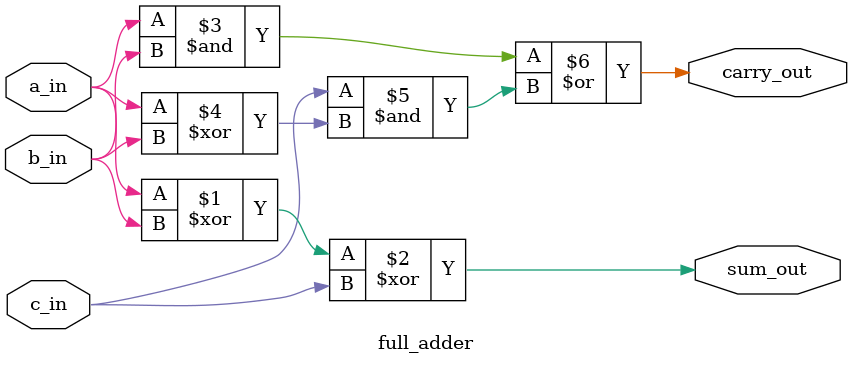
<source format=v>
`timescale 1ns / 1ps


module full_adder(
    input a_in,
    input b_in,
    input c_in,
    output sum_out,
    output carry_out
    );
    
    assign sum_out = a_in ^ b_in ^ c_in;
    assign carry_out = (a_in & b_in) | c_in&(a_in ^ b_in); 
 
endmodule

</source>
